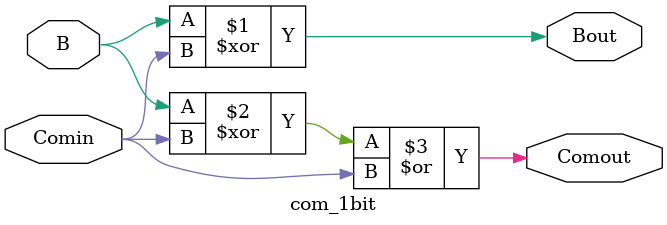
<source format=v>
`timescale 1ns / 1ps
module lab1project(
    );


endmodule

//-----------new subtractor-------------------
module sub(A,B,Comin,Cin,S,comover);
input [7:0] A, B;
input Comin;
input Cin;
output [8:0] S;
output comover;
wire [8:0] Bout;
wire [7:0] t;
wire [7:0] t2;
wire temp;

com_1bit com0(.B(B[0]), .Comin(Comin), .Bout(Bout[0]), .Comout(t[0]) );
com_1bit com1(.B(B[1]), .Comin(t[0]), .Bout(Bout[1]), .Comout(t[1]) );
com_1bit com2(.B(B[2]), .Comin(t[1]), .Bout(Bout[2]), .Comout(t[2]) );
com_1bit com3(.B(B[3]), .Comin(t[2]), .Bout(Bout[3]), .Comout(t[3]) );
com_1bit com4(.B(B[4]), .Comin(t[3]), .Bout(Bout[4]), .Comout(t[4]) );
com_1bit com5(.B(B[5]), .Comin(t[4]), .Bout(Bout[5]), .Comout(t[5]) );
com_1bit com6(.B(B[6]), .Comin(t[5]), .Bout(Bout[6]), .Comout(t[6]) ); 
com_1bit com7(.B(B[7]), .Comin(t[6]), .Bout(Bout[7]), .Comout(t[7]) );
com_1bit com8(.B(B[7]), .Comin(t[7]), .Bout(Bout[8]), .Comout(comover) );
FA_1bit FA0(.A(A[0]), .B(Bout[0]), .Cin(Cin), .S(S[0]), .Cout(t2[0]));
FA_1bit FA1(.A(A[1]), .B(Bout[1]), .Cin(t2[0]), .S(S[1]), .Cout(t2[1]));
FA_1bit FA2(.A(A[2]), .B(Bout[2]), .Cin(t2[1]), .S(S[2]), .Cout(t2[2]));
FA_1bit FA4(.A(A[3]), .B(Bout[3]), .Cin(t2[2]), .S(S[3]), .Cout(t2[3]));
FA_1bit FA5(.A(A[4]), .B(Bout[4]), .Cin(t2[3]), .S(S[4]), .Cout(t2[4]));
FA_1bit FA6(.A(A[5]), .B(Bout[5]), .Cin(t2[4]), .S(S[5]), .Cout(t2[5]));
FA_1bit FA7(.A(A[6]), .B(Bout[6]), .Cin(t2[5]), .S(S[6]), .Cout(t2[6]));
FA_1bit FA8(.A(A[7]), .B(Bout[7]), .Cin(t2[6]), .S(S[7]), .Cout(t2[7])); 
FA_1bit FA9(.A(A[7]), .B(Bout[8]), .Cin(t2[7]), .S(S[8]), .Cout(temp));

endmodule


// ----------------- A 1-bit full adder ----------------------------- 
module FA_1bit(A, B, Cin, S, Cout);
input A, B, Cin;
output S, Cout;
assign S = Cin ^ A ^ B;
assign Cout = (A & B) | (Cin & B) | (Cin & A);
endmodule

// ----------------- A 1-bit complement ----------------------------- 
module com_1bit(B, Comin, Bout, Comout);
input B, Comin;
output Bout, Comout;
assign Bout=B^Comin;
assign Comout=(B^Comin)|Comin;
endmodule

</source>
